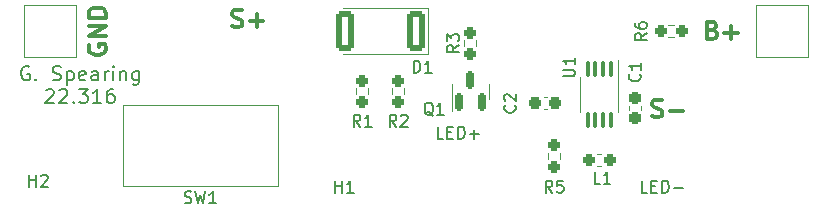
<source format=gto>
G04 #@! TF.GenerationSoftware,KiCad,Pcbnew,6.0.8-f2edbf62ab~116~ubuntu20.04.1*
G04 #@! TF.CreationDate,2022-11-14T20:50:25-05:00*
G04 #@! TF.ProjectId,solar_lights,736f6c61-725f-46c6-9967-6874732e6b69,rev?*
G04 #@! TF.SameCoordinates,Original*
G04 #@! TF.FileFunction,Legend,Top*
G04 #@! TF.FilePolarity,Positive*
%FSLAX46Y46*%
G04 Gerber Fmt 4.6, Leading zero omitted, Abs format (unit mm)*
G04 Created by KiCad (PCBNEW 6.0.8-f2edbf62ab~116~ubuntu20.04.1) date 2022-11-14 20:50:25*
%MOMM*%
%LPD*%
G01*
G04 APERTURE LIST*
G04 Aperture macros list*
%AMRoundRect*
0 Rectangle with rounded corners*
0 $1 Rounding radius*
0 $2 $3 $4 $5 $6 $7 $8 $9 X,Y pos of 4 corners*
0 Add a 4 corners polygon primitive as box body*
4,1,4,$2,$3,$4,$5,$6,$7,$8,$9,$2,$3,0*
0 Add four circle primitives for the rounded corners*
1,1,$1+$1,$2,$3*
1,1,$1+$1,$4,$5*
1,1,$1+$1,$6,$7*
1,1,$1+$1,$8,$9*
0 Add four rect primitives between the rounded corners*
20,1,$1+$1,$2,$3,$4,$5,0*
20,1,$1+$1,$4,$5,$6,$7,0*
20,1,$1+$1,$6,$7,$8,$9,0*
20,1,$1+$1,$8,$9,$2,$3,0*%
G04 Aperture macros list end*
%ADD10C,0.200000*%
%ADD11C,0.150000*%
%ADD12C,0.300000*%
%ADD13C,0.120000*%
%ADD14O,3.400000X2.200000*%
%ADD15RoundRect,0.237500X0.300000X0.237500X-0.300000X0.237500X-0.300000X-0.237500X0.300000X-0.237500X0*%
%ADD16R,4.000000X4.000000*%
%ADD17RoundRect,0.237500X0.237500X-0.250000X0.237500X0.250000X-0.237500X0.250000X-0.237500X-0.250000X0*%
%ADD18C,5.000000*%
%ADD19C,2.900000*%
%ADD20RoundRect,0.249999X0.512501X1.425001X-0.512501X1.425001X-0.512501X-1.425001X0.512501X-1.425001X0*%
%ADD21RoundRect,0.237500X0.250000X0.237500X-0.250000X0.237500X-0.250000X-0.237500X0.250000X-0.237500X0*%
%ADD22RoundRect,0.150000X0.150000X-0.587500X0.150000X0.587500X-0.150000X0.587500X-0.150000X-0.587500X0*%
%ADD23C,2.500000*%
%ADD24RoundRect,0.237500X0.287500X0.237500X-0.287500X0.237500X-0.287500X-0.237500X0.287500X-0.237500X0*%
%ADD25R,1.850000X1.730000*%
%ADD26RoundRect,0.100000X-0.100000X0.612500X-0.100000X-0.612500X0.100000X-0.612500X0.100000X0.612500X0*%
%ADD27RoundRect,0.237500X0.237500X-0.300000X0.237500X0.300000X-0.237500X0.300000X-0.237500X-0.300000X0*%
G04 APERTURE END LIST*
D10*
X124181142Y-103082000D02*
X124066857Y-103024857D01*
X123895428Y-103024857D01*
X123724000Y-103082000D01*
X123609714Y-103196285D01*
X123552571Y-103310571D01*
X123495428Y-103539142D01*
X123495428Y-103710571D01*
X123552571Y-103939142D01*
X123609714Y-104053428D01*
X123724000Y-104167714D01*
X123895428Y-104224857D01*
X124009714Y-104224857D01*
X124181142Y-104167714D01*
X124238285Y-104110571D01*
X124238285Y-103710571D01*
X124009714Y-103710571D01*
X124752571Y-104110571D02*
X124809714Y-104167714D01*
X124752571Y-104224857D01*
X124695428Y-104167714D01*
X124752571Y-104110571D01*
X124752571Y-104224857D01*
X126181142Y-104167714D02*
X126352571Y-104224857D01*
X126638285Y-104224857D01*
X126752571Y-104167714D01*
X126809714Y-104110571D01*
X126866857Y-103996285D01*
X126866857Y-103882000D01*
X126809714Y-103767714D01*
X126752571Y-103710571D01*
X126638285Y-103653428D01*
X126409714Y-103596285D01*
X126295428Y-103539142D01*
X126238285Y-103482000D01*
X126181142Y-103367714D01*
X126181142Y-103253428D01*
X126238285Y-103139142D01*
X126295428Y-103082000D01*
X126409714Y-103024857D01*
X126695428Y-103024857D01*
X126866857Y-103082000D01*
X127381142Y-103424857D02*
X127381142Y-104624857D01*
X127381142Y-103482000D02*
X127495428Y-103424857D01*
X127724000Y-103424857D01*
X127838285Y-103482000D01*
X127895428Y-103539142D01*
X127952571Y-103653428D01*
X127952571Y-103996285D01*
X127895428Y-104110571D01*
X127838285Y-104167714D01*
X127724000Y-104224857D01*
X127495428Y-104224857D01*
X127381142Y-104167714D01*
X128924000Y-104167714D02*
X128809714Y-104224857D01*
X128581142Y-104224857D01*
X128466857Y-104167714D01*
X128409714Y-104053428D01*
X128409714Y-103596285D01*
X128466857Y-103482000D01*
X128581142Y-103424857D01*
X128809714Y-103424857D01*
X128924000Y-103482000D01*
X128981142Y-103596285D01*
X128981142Y-103710571D01*
X128409714Y-103824857D01*
X130009714Y-104224857D02*
X130009714Y-103596285D01*
X129952571Y-103482000D01*
X129838285Y-103424857D01*
X129609714Y-103424857D01*
X129495428Y-103482000D01*
X130009714Y-104167714D02*
X129895428Y-104224857D01*
X129609714Y-104224857D01*
X129495428Y-104167714D01*
X129438285Y-104053428D01*
X129438285Y-103939142D01*
X129495428Y-103824857D01*
X129609714Y-103767714D01*
X129895428Y-103767714D01*
X130009714Y-103710571D01*
X130581142Y-104224857D02*
X130581142Y-103424857D01*
X130581142Y-103653428D02*
X130638285Y-103539142D01*
X130695428Y-103482000D01*
X130809714Y-103424857D01*
X130924000Y-103424857D01*
X131324000Y-104224857D02*
X131324000Y-103424857D01*
X131324000Y-103024857D02*
X131266857Y-103082000D01*
X131324000Y-103139142D01*
X131381142Y-103082000D01*
X131324000Y-103024857D01*
X131324000Y-103139142D01*
X131895428Y-103424857D02*
X131895428Y-104224857D01*
X131895428Y-103539142D02*
X131952571Y-103482000D01*
X132066857Y-103424857D01*
X132238285Y-103424857D01*
X132352571Y-103482000D01*
X132409714Y-103596285D01*
X132409714Y-104224857D01*
X133495428Y-103424857D02*
X133495428Y-104396285D01*
X133438285Y-104510571D01*
X133381142Y-104567714D01*
X133266857Y-104624857D01*
X133095428Y-104624857D01*
X132981142Y-104567714D01*
X133495428Y-104167714D02*
X133381142Y-104224857D01*
X133152571Y-104224857D01*
X133038285Y-104167714D01*
X132981142Y-104110571D01*
X132924000Y-103996285D01*
X132924000Y-103653428D01*
X132981142Y-103539142D01*
X133038285Y-103482000D01*
X133152571Y-103424857D01*
X133381142Y-103424857D01*
X133495428Y-103482000D01*
X125609714Y-105071142D02*
X125666857Y-105014000D01*
X125781142Y-104956857D01*
X126066857Y-104956857D01*
X126181142Y-105014000D01*
X126238285Y-105071142D01*
X126295428Y-105185428D01*
X126295428Y-105299714D01*
X126238285Y-105471142D01*
X125552571Y-106156857D01*
X126295428Y-106156857D01*
X126752571Y-105071142D02*
X126809714Y-105014000D01*
X126924000Y-104956857D01*
X127209714Y-104956857D01*
X127324000Y-105014000D01*
X127381142Y-105071142D01*
X127438285Y-105185428D01*
X127438285Y-105299714D01*
X127381142Y-105471142D01*
X126695428Y-106156857D01*
X127438285Y-106156857D01*
X127952571Y-106042571D02*
X128009714Y-106099714D01*
X127952571Y-106156857D01*
X127895428Y-106099714D01*
X127952571Y-106042571D01*
X127952571Y-106156857D01*
X128409714Y-104956857D02*
X129152571Y-104956857D01*
X128752571Y-105414000D01*
X128924000Y-105414000D01*
X129038285Y-105471142D01*
X129095428Y-105528285D01*
X129152571Y-105642571D01*
X129152571Y-105928285D01*
X129095428Y-106042571D01*
X129038285Y-106099714D01*
X128924000Y-106156857D01*
X128581142Y-106156857D01*
X128466857Y-106099714D01*
X128409714Y-106042571D01*
X130295428Y-106156857D02*
X129609714Y-106156857D01*
X129952571Y-106156857D02*
X129952571Y-104956857D01*
X129838285Y-105128285D01*
X129724000Y-105242571D01*
X129609714Y-105299714D01*
X131324000Y-104956857D02*
X131095428Y-104956857D01*
X130981142Y-105014000D01*
X130924000Y-105071142D01*
X130809714Y-105242571D01*
X130752571Y-105471142D01*
X130752571Y-105928285D01*
X130809714Y-106042571D01*
X130866857Y-106099714D01*
X130981142Y-106156857D01*
X131209714Y-106156857D01*
X131324000Y-106099714D01*
X131381142Y-106042571D01*
X131438285Y-105928285D01*
X131438285Y-105642571D01*
X131381142Y-105528285D01*
X131324000Y-105471142D01*
X131209714Y-105414000D01*
X130981142Y-105414000D01*
X130866857Y-105471142D01*
X130809714Y-105528285D01*
X130752571Y-105642571D01*
D11*
X159266095Y-109164380D02*
X158789904Y-109164380D01*
X158789904Y-108164380D01*
X159599428Y-108640571D02*
X159932761Y-108640571D01*
X160075619Y-109164380D02*
X159599428Y-109164380D01*
X159599428Y-108164380D01*
X160075619Y-108164380D01*
X160504190Y-109164380D02*
X160504190Y-108164380D01*
X160742285Y-108164380D01*
X160885142Y-108212000D01*
X160980380Y-108307238D01*
X161028000Y-108402476D01*
X161075619Y-108592952D01*
X161075619Y-108735809D01*
X161028000Y-108926285D01*
X160980380Y-109021523D01*
X160885142Y-109116761D01*
X160742285Y-109164380D01*
X160504190Y-109164380D01*
X161504190Y-108783428D02*
X162266095Y-108783428D01*
X161885142Y-109164380D02*
X161885142Y-108402476D01*
X176538095Y-113736380D02*
X176061904Y-113736380D01*
X176061904Y-112736380D01*
X176871428Y-113212571D02*
X177204761Y-113212571D01*
X177347619Y-113736380D02*
X176871428Y-113736380D01*
X176871428Y-112736380D01*
X177347619Y-112736380D01*
X177776190Y-113736380D02*
X177776190Y-112736380D01*
X178014285Y-112736380D01*
X178157142Y-112784000D01*
X178252380Y-112879238D01*
X178300000Y-112974476D01*
X178347619Y-113164952D01*
X178347619Y-113307809D01*
X178300000Y-113498285D01*
X178252380Y-113593523D01*
X178157142Y-113688761D01*
X178014285Y-113736380D01*
X177776190Y-113736380D01*
X178776190Y-113355428D02*
X179538095Y-113355428D01*
D12*
X141390857Y-99667142D02*
X141605142Y-99738571D01*
X141962285Y-99738571D01*
X142105142Y-99667142D01*
X142176571Y-99595714D01*
X142248000Y-99452857D01*
X142248000Y-99310000D01*
X142176571Y-99167142D01*
X142105142Y-99095714D01*
X141962285Y-99024285D01*
X141676571Y-98952857D01*
X141533714Y-98881428D01*
X141462285Y-98810000D01*
X141390857Y-98667142D01*
X141390857Y-98524285D01*
X141462285Y-98381428D01*
X141533714Y-98310000D01*
X141676571Y-98238571D01*
X142033714Y-98238571D01*
X142248000Y-98310000D01*
X142890857Y-99167142D02*
X144033714Y-99167142D01*
X143462285Y-99738571D02*
X143462285Y-98595714D01*
X182058571Y-99968857D02*
X182272857Y-100040285D01*
X182344285Y-100111714D01*
X182415714Y-100254571D01*
X182415714Y-100468857D01*
X182344285Y-100611714D01*
X182272857Y-100683142D01*
X182130000Y-100754571D01*
X181558571Y-100754571D01*
X181558571Y-99254571D01*
X182058571Y-99254571D01*
X182201428Y-99326000D01*
X182272857Y-99397428D01*
X182344285Y-99540285D01*
X182344285Y-99683142D01*
X182272857Y-99826000D01*
X182201428Y-99897428D01*
X182058571Y-99968857D01*
X181558571Y-99968857D01*
X183058571Y-100183142D02*
X184201428Y-100183142D01*
X183630000Y-100754571D02*
X183630000Y-99611714D01*
X176950857Y-107287142D02*
X177165142Y-107358571D01*
X177522285Y-107358571D01*
X177665142Y-107287142D01*
X177736571Y-107215714D01*
X177808000Y-107072857D01*
X177808000Y-106930000D01*
X177736571Y-106787142D01*
X177665142Y-106715714D01*
X177522285Y-106644285D01*
X177236571Y-106572857D01*
X177093714Y-106501428D01*
X177022285Y-106430000D01*
X176950857Y-106287142D01*
X176950857Y-106144285D01*
X177022285Y-106001428D01*
X177093714Y-105930000D01*
X177236571Y-105858571D01*
X177593714Y-105858571D01*
X177808000Y-105930000D01*
X178450857Y-106787142D02*
X179593714Y-106787142D01*
X129298000Y-101218857D02*
X129226571Y-101361714D01*
X129226571Y-101576000D01*
X129298000Y-101790285D01*
X129440857Y-101933142D01*
X129583714Y-102004571D01*
X129869428Y-102076000D01*
X130083714Y-102076000D01*
X130369428Y-102004571D01*
X130512285Y-101933142D01*
X130655142Y-101790285D01*
X130726571Y-101576000D01*
X130726571Y-101433142D01*
X130655142Y-101218857D01*
X130583714Y-101147428D01*
X130083714Y-101147428D01*
X130083714Y-101433142D01*
X130726571Y-100504571D02*
X129226571Y-100504571D01*
X130726571Y-99647428D01*
X129226571Y-99647428D01*
X130726571Y-98933142D02*
X129226571Y-98933142D01*
X129226571Y-98576000D01*
X129298000Y-98361714D01*
X129440857Y-98218857D01*
X129583714Y-98147428D01*
X129869428Y-98076000D01*
X130083714Y-98076000D01*
X130369428Y-98147428D01*
X130512285Y-98218857D01*
X130655142Y-98361714D01*
X130726571Y-98576000D01*
X130726571Y-98933142D01*
D11*
X137349666Y-114577761D02*
X137492523Y-114625380D01*
X137730619Y-114625380D01*
X137825857Y-114577761D01*
X137873476Y-114530142D01*
X137921095Y-114434904D01*
X137921095Y-114339666D01*
X137873476Y-114244428D01*
X137825857Y-114196809D01*
X137730619Y-114149190D01*
X137540142Y-114101571D01*
X137444904Y-114053952D01*
X137397285Y-114006333D01*
X137349666Y-113911095D01*
X137349666Y-113815857D01*
X137397285Y-113720619D01*
X137444904Y-113673000D01*
X137540142Y-113625380D01*
X137778238Y-113625380D01*
X137921095Y-113673000D01*
X138254428Y-113625380D02*
X138492523Y-114625380D01*
X138683000Y-113911095D01*
X138873476Y-114625380D01*
X139111571Y-113625380D01*
X140016333Y-114625380D02*
X139444904Y-114625380D01*
X139730619Y-114625380D02*
X139730619Y-113625380D01*
X139635380Y-113768238D01*
X139540142Y-113863476D01*
X139444904Y-113911095D01*
X165306642Y-106338666D02*
X165354261Y-106386285D01*
X165401880Y-106529142D01*
X165401880Y-106624380D01*
X165354261Y-106767238D01*
X165259023Y-106862476D01*
X165163785Y-106910095D01*
X164973309Y-106957714D01*
X164830452Y-106957714D01*
X164639976Y-106910095D01*
X164544738Y-106862476D01*
X164449500Y-106767238D01*
X164401880Y-106624380D01*
X164401880Y-106529142D01*
X164449500Y-106386285D01*
X164497119Y-106338666D01*
X164497119Y-105957714D02*
X164449500Y-105910095D01*
X164401880Y-105814857D01*
X164401880Y-105576761D01*
X164449500Y-105481523D01*
X164497119Y-105433904D01*
X164592357Y-105386285D01*
X164687595Y-105386285D01*
X164830452Y-105433904D01*
X165401880Y-106005333D01*
X165401880Y-105386285D01*
X152233333Y-108148380D02*
X151900000Y-107672190D01*
X151661904Y-108148380D02*
X151661904Y-107148380D01*
X152042857Y-107148380D01*
X152138095Y-107196000D01*
X152185714Y-107243619D01*
X152233333Y-107338857D01*
X152233333Y-107481714D01*
X152185714Y-107576952D01*
X152138095Y-107624571D01*
X152042857Y-107672190D01*
X151661904Y-107672190D01*
X153185714Y-108148380D02*
X152614285Y-108148380D01*
X152900000Y-108148380D02*
X152900000Y-107148380D01*
X152804761Y-107291238D01*
X152709523Y-107386476D01*
X152614285Y-107434095D01*
X160566380Y-101258666D02*
X160090190Y-101592000D01*
X160566380Y-101830095D02*
X159566380Y-101830095D01*
X159566380Y-101449142D01*
X159614000Y-101353904D01*
X159661619Y-101306285D01*
X159756857Y-101258666D01*
X159899714Y-101258666D01*
X159994952Y-101306285D01*
X160042571Y-101353904D01*
X160090190Y-101449142D01*
X160090190Y-101830095D01*
X159566380Y-100925333D02*
X159566380Y-100306285D01*
X159947333Y-100639619D01*
X159947333Y-100496761D01*
X159994952Y-100401523D01*
X160042571Y-100353904D01*
X160137809Y-100306285D01*
X160375904Y-100306285D01*
X160471142Y-100353904D01*
X160518761Y-100401523D01*
X160566380Y-100496761D01*
X160566380Y-100782476D01*
X160518761Y-100877714D01*
X160471142Y-100925333D01*
X156741904Y-103576380D02*
X156741904Y-102576380D01*
X156980000Y-102576380D01*
X157122857Y-102624000D01*
X157218095Y-102719238D01*
X157265714Y-102814476D01*
X157313333Y-103004952D01*
X157313333Y-103147809D01*
X157265714Y-103338285D01*
X157218095Y-103433523D01*
X157122857Y-103528761D01*
X156980000Y-103576380D01*
X156741904Y-103576380D01*
X158265714Y-103576380D02*
X157694285Y-103576380D01*
X157980000Y-103576380D02*
X157980000Y-102576380D01*
X157884761Y-102719238D01*
X157789523Y-102814476D01*
X157694285Y-102862095D01*
X176474380Y-100242666D02*
X175998190Y-100576000D01*
X176474380Y-100814095D02*
X175474380Y-100814095D01*
X175474380Y-100433142D01*
X175522000Y-100337904D01*
X175569619Y-100290285D01*
X175664857Y-100242666D01*
X175807714Y-100242666D01*
X175902952Y-100290285D01*
X175950571Y-100337904D01*
X175998190Y-100433142D01*
X175998190Y-100814095D01*
X175474380Y-99385523D02*
X175474380Y-99576000D01*
X175522000Y-99671238D01*
X175569619Y-99718857D01*
X175712476Y-99814095D01*
X175902952Y-99861714D01*
X176283904Y-99861714D01*
X176379142Y-99814095D01*
X176426761Y-99766476D01*
X176474380Y-99671238D01*
X176474380Y-99480761D01*
X176426761Y-99385523D01*
X176379142Y-99337904D01*
X176283904Y-99290285D01*
X176045809Y-99290285D01*
X175950571Y-99337904D01*
X175902952Y-99385523D01*
X175855333Y-99480761D01*
X175855333Y-99671238D01*
X175902952Y-99766476D01*
X175950571Y-99814095D01*
X176045809Y-99861714D01*
X158400761Y-107227619D02*
X158305523Y-107180000D01*
X158210285Y-107084761D01*
X158067428Y-106941904D01*
X157972190Y-106894285D01*
X157876952Y-106894285D01*
X157924571Y-107132380D02*
X157829333Y-107084761D01*
X157734095Y-106989523D01*
X157686476Y-106799047D01*
X157686476Y-106465714D01*
X157734095Y-106275238D01*
X157829333Y-106180000D01*
X157924571Y-106132380D01*
X158115047Y-106132380D01*
X158210285Y-106180000D01*
X158305523Y-106275238D01*
X158353142Y-106465714D01*
X158353142Y-106799047D01*
X158305523Y-106989523D01*
X158210285Y-107084761D01*
X158115047Y-107132380D01*
X157924571Y-107132380D01*
X159305523Y-107132380D02*
X158734095Y-107132380D01*
X159019809Y-107132380D02*
X159019809Y-106132380D01*
X158924571Y-106275238D01*
X158829333Y-106370476D01*
X158734095Y-106418095D01*
X155281333Y-108148380D02*
X154948000Y-107672190D01*
X154709904Y-108148380D02*
X154709904Y-107148380D01*
X155090857Y-107148380D01*
X155186095Y-107196000D01*
X155233714Y-107243619D01*
X155281333Y-107338857D01*
X155281333Y-107481714D01*
X155233714Y-107576952D01*
X155186095Y-107624571D01*
X155090857Y-107672190D01*
X154709904Y-107672190D01*
X155662285Y-107243619D02*
X155709904Y-107196000D01*
X155805142Y-107148380D01*
X156043238Y-107148380D01*
X156138476Y-107196000D01*
X156186095Y-107243619D01*
X156233714Y-107338857D01*
X156233714Y-107434095D01*
X156186095Y-107576952D01*
X155614666Y-108148380D01*
X156233714Y-108148380D01*
X168489333Y-113736380D02*
X168156000Y-113260190D01*
X167917904Y-113736380D02*
X167917904Y-112736380D01*
X168298857Y-112736380D01*
X168394095Y-112784000D01*
X168441714Y-112831619D01*
X168489333Y-112926857D01*
X168489333Y-113069714D01*
X168441714Y-113164952D01*
X168394095Y-113212571D01*
X168298857Y-113260190D01*
X167917904Y-113260190D01*
X169394095Y-112736380D02*
X168917904Y-112736380D01*
X168870285Y-113212571D01*
X168917904Y-113164952D01*
X169013142Y-113117333D01*
X169251238Y-113117333D01*
X169346476Y-113164952D01*
X169394095Y-113212571D01*
X169441714Y-113307809D01*
X169441714Y-113545904D01*
X169394095Y-113641142D01*
X169346476Y-113688761D01*
X169251238Y-113736380D01*
X169013142Y-113736380D01*
X168917904Y-113688761D01*
X168870285Y-113641142D01*
X124206095Y-113228380D02*
X124206095Y-112228380D01*
X124206095Y-112704571D02*
X124777523Y-112704571D01*
X124777523Y-113228380D02*
X124777523Y-112228380D01*
X125206095Y-112323619D02*
X125253714Y-112276000D01*
X125348952Y-112228380D01*
X125587047Y-112228380D01*
X125682285Y-112276000D01*
X125729904Y-112323619D01*
X125777523Y-112418857D01*
X125777523Y-112514095D01*
X125729904Y-112656952D01*
X125158476Y-113228380D01*
X125777523Y-113228380D01*
X172553333Y-112974380D02*
X172077142Y-112974380D01*
X172077142Y-111974380D01*
X173410476Y-112974380D02*
X172839047Y-112974380D01*
X173124761Y-112974380D02*
X173124761Y-111974380D01*
X173029523Y-112117238D01*
X172934285Y-112212476D01*
X172839047Y-112260095D01*
X169378380Y-103885904D02*
X170187904Y-103885904D01*
X170283142Y-103838285D01*
X170330761Y-103790666D01*
X170378380Y-103695428D01*
X170378380Y-103504952D01*
X170330761Y-103409714D01*
X170283142Y-103362095D01*
X170187904Y-103314476D01*
X169378380Y-103314476D01*
X170378380Y-102314476D02*
X170378380Y-102885904D01*
X170378380Y-102600190D02*
X169378380Y-102600190D01*
X169521238Y-102695428D01*
X169616476Y-102790666D01*
X169664095Y-102885904D01*
X150114095Y-113736380D02*
X150114095Y-112736380D01*
X150114095Y-113212571D02*
X150685523Y-113212571D01*
X150685523Y-113736380D02*
X150685523Y-112736380D01*
X151685523Y-113736380D02*
X151114095Y-113736380D01*
X151399809Y-113736380D02*
X151399809Y-112736380D01*
X151304571Y-112879238D01*
X151209333Y-112974476D01*
X151114095Y-113022095D01*
X175871142Y-103698166D02*
X175918761Y-103745785D01*
X175966380Y-103888642D01*
X175966380Y-103983880D01*
X175918761Y-104126738D01*
X175823523Y-104221976D01*
X175728285Y-104269595D01*
X175537809Y-104317214D01*
X175394952Y-104317214D01*
X175204476Y-104269595D01*
X175109238Y-104221976D01*
X175014000Y-104126738D01*
X174966380Y-103983880D01*
X174966380Y-103888642D01*
X175014000Y-103745785D01*
X175061619Y-103698166D01*
X175966380Y-102745785D02*
X175966380Y-103317214D01*
X175966380Y-103031500D02*
X174966380Y-103031500D01*
X175109238Y-103126738D01*
X175204476Y-103221976D01*
X175252095Y-103317214D01*
D13*
X145224500Y-113157000D02*
X132143500Y-113157000D01*
X132143500Y-113157000D02*
X132143500Y-106299000D01*
X132143500Y-106299000D02*
X145224500Y-106299000D01*
X145224500Y-106299000D02*
X145224500Y-113157000D01*
X168040267Y-106682000D02*
X167747733Y-106682000D01*
X168040267Y-105662000D02*
X167747733Y-105662000D01*
X123784000Y-97876000D02*
X128184000Y-97876000D01*
X128184000Y-102276000D02*
X123784000Y-102276000D01*
X128184000Y-97876000D02*
X128184000Y-102276000D01*
X123784000Y-102276000D02*
X123784000Y-97876000D01*
X152922500Y-105410724D02*
X152922500Y-104901276D01*
X151877500Y-105410724D02*
X151877500Y-104901276D01*
X162066500Y-101346724D02*
X162066500Y-100837276D01*
X161021500Y-101346724D02*
X161021500Y-100837276D01*
X157934000Y-102011000D02*
X157934000Y-98141000D01*
X157934000Y-98141000D02*
X150774000Y-98141000D01*
X150774000Y-102011000D02*
X157934000Y-102011000D01*
X178816724Y-100598500D02*
X178307276Y-100598500D01*
X178816724Y-99553500D02*
X178307276Y-99553500D01*
X163104000Y-105156000D02*
X163104000Y-105806000D01*
X163104000Y-105156000D02*
X163104000Y-104506000D01*
X159984000Y-105156000D02*
X159984000Y-106831000D01*
X159984000Y-105156000D02*
X159984000Y-104506000D01*
X190160000Y-102276000D02*
X185760000Y-102276000D01*
X185760000Y-97876000D02*
X190160000Y-97876000D01*
X190160000Y-97876000D02*
X190160000Y-102276000D01*
X185760000Y-102276000D02*
X185760000Y-97876000D01*
X154925500Y-105410724D02*
X154925500Y-104901276D01*
X155970500Y-105410724D02*
X155970500Y-104901276D01*
X168133500Y-110895224D02*
X168133500Y-110385776D01*
X169178500Y-110895224D02*
X169178500Y-110385776D01*
X172637267Y-111508000D02*
X172294733Y-111508000D01*
X172637267Y-110488000D02*
X172294733Y-110488000D01*
X170856000Y-105410000D02*
X170856000Y-103910000D01*
X170856000Y-105410000D02*
X170856000Y-106910000D01*
X174076000Y-105410000D02*
X174076000Y-106910000D01*
X174076000Y-105410000D02*
X174076000Y-102535000D01*
X176024000Y-106725767D02*
X176024000Y-106433233D01*
X175004000Y-106725767D02*
X175004000Y-106433233D01*
%LPC*%
D14*
X142683500Y-111331000D03*
X138683500Y-111331000D03*
X134683500Y-111331000D03*
X142683500Y-108331000D03*
X138683500Y-108331000D03*
X134683500Y-108331000D03*
D15*
X168756500Y-106172000D03*
X167031500Y-106172000D03*
D16*
X125984000Y-100076000D03*
D17*
X152400000Y-106068500D03*
X152400000Y-104243500D03*
X161544000Y-102004500D03*
X161544000Y-100179500D03*
D18*
X164084000Y-111506000D03*
D19*
X164084000Y-111506000D03*
D20*
X156911500Y-100076000D03*
X150936500Y-100076000D03*
D21*
X179474500Y-100076000D03*
X177649500Y-100076000D03*
D19*
X145796000Y-102616000D03*
D18*
X145796000Y-102616000D03*
D22*
X160594000Y-106093500D03*
X162494000Y-106093500D03*
X161544000Y-104218500D03*
D16*
X187960000Y-100076000D03*
D17*
X155448000Y-106068500D03*
X155448000Y-104243500D03*
X168656000Y-111553000D03*
X168656000Y-109728000D03*
D18*
X139192000Y-102616000D03*
D19*
X139192000Y-102616000D03*
D18*
X188976000Y-106680000D03*
D19*
X188976000Y-106680000D03*
X182880000Y-112776000D03*
D18*
X182880000Y-112776000D03*
D19*
X182880000Y-106680000D03*
D18*
X182880000Y-106680000D03*
D23*
X128524000Y-109728000D03*
D24*
X173341000Y-110998000D03*
X171591000Y-110998000D03*
D25*
X172466000Y-105410000D03*
D26*
X173441000Y-103247500D03*
X172791000Y-103247500D03*
X172141000Y-103247500D03*
X171491000Y-103247500D03*
X171491000Y-107572500D03*
X172141000Y-107572500D03*
X172791000Y-107572500D03*
X173441000Y-107572500D03*
D18*
X156972000Y-111506000D03*
D19*
X156972000Y-111506000D03*
X188976000Y-112776000D03*
D18*
X188976000Y-112776000D03*
D23*
X148844000Y-109728000D03*
D27*
X175514000Y-107442000D03*
X175514000Y-105717000D03*
M02*

</source>
